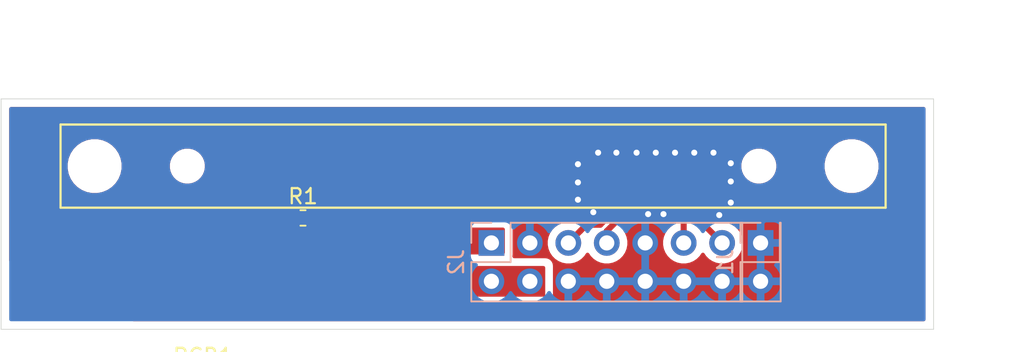
<source format=kicad_pcb>
(kicad_pcb (version 20171130) (host pcbnew 5.1.5-52549c5~86~ubuntu18.04.1)

  (general
    (thickness 0.5)
    (drawings 6)
    (tracks 34)
    (zones 0)
    (modules 5)
    (nets 9)
  )

  (page A4)
  (layers
    (0 F.Cu signal)
    (31 B.Cu signal)
    (32 B.Adhes user hide)
    (33 F.Adhes user hide)
    (34 B.Paste user hide)
    (35 F.Paste user hide)
    (36 B.SilkS user hide)
    (37 F.SilkS user hide)
    (38 B.Mask user hide)
    (39 F.Mask user hide)
    (40 Dwgs.User user)
    (41 Cmts.User user hide)
    (42 Eco1.User user hide)
    (43 Eco2.User user hide)
    (44 Edge.Cuts user)
    (45 Margin user hide)
    (46 B.CrtYd user hide)
    (47 F.CrtYd user hide)
    (48 B.Fab user hide)
    (49 F.Fab user hide)
  )

  (setup
    (last_trace_width 0.25)
    (trace_clearance 0.2)
    (zone_clearance 0.508)
    (zone_45_only no)
    (trace_min 0.2)
    (via_size 0.8)
    (via_drill 0.4)
    (via_min_size 0.4)
    (via_min_drill 0.3)
    (uvia_size 0.3)
    (uvia_drill 0.1)
    (uvias_allowed no)
    (uvia_min_size 0.2)
    (uvia_min_drill 0.1)
    (edge_width 0.05)
    (segment_width 0.2)
    (pcb_text_width 0.3)
    (pcb_text_size 1.5 1.5)
    (mod_edge_width 0.12)
    (mod_text_size 1 1)
    (mod_text_width 0.15)
    (pad_size 1.524 1.524)
    (pad_drill 0.762)
    (pad_to_mask_clearance 0.051)
    (solder_mask_min_width 0.25)
    (aux_axis_origin 0 0)
    (visible_elements FFFFFF7F)
    (pcbplotparams
      (layerselection 0x00000_ffffffff)
      (usegerberextensions false)
      (usegerberattributes false)
      (usegerberadvancedattributes false)
      (creategerberjobfile false)
      (excludeedgelayer true)
      (linewidth 0.100000)
      (plotframeref false)
      (viasonmask false)
      (mode 1)
      (useauxorigin false)
      (hpglpennumber 1)
      (hpglpenspeed 20)
      (hpglpendiameter 15.000000)
      (psnegative false)
      (psa4output false)
      (plotreference true)
      (plotvalue true)
      (plotinvisibletext false)
      (padsonsilk false)
      (subtractmaskfromsilk false)
      (outputformat 4)
      (mirror false)
      (drillshape 0)
      (scaleselection 1)
      (outputdirectory "fabrication/"))
  )

  (net 0 "")
  (net 1 +12V)
  (net 2 GND)
  (net 3 +5V)
  (net 4 /HDD_Rx-)
  (net 5 /HDD_Tx-)
  (net 6 /HDD_Tx+)
  (net 7 /HDD_Rx+)
  (net 8 /SPINUP_HDD)

  (net_class Default "This is the default net class."
    (clearance 0.2)
    (trace_width 0.25)
    (via_dia 0.8)
    (via_drill 0.4)
    (uvia_dia 0.3)
    (uvia_drill 0.1)
    (add_net +12V)
    (add_net +5V)
    (add_net /SPINUP_HDD)
    (add_net GND)
  )

  (net_class SATA_DIFF ""
    (clearance 0.2)
    (trace_width 0.4)
    (via_dia 0.8)
    (via_drill 0.4)
    (uvia_dia 0.3)
    (uvia_drill 0.1)
    (diff_pair_width 0.2)
    (diff_pair_gap 0.2)
    (add_net /HDD_Rx+)
    (add_net /HDD_Rx-)
    (add_net /HDD_Tx+)
    (add_net /HDD_Tx-)
  )

  (module G7_Custom:Conn_SATA_FEM_3M_5622-2222 (layer F.Cu) (tedit 5E9F08E6) (tstamp 5E8CE254)
    (at 119.44 43.18)
    (path /5E8CCA14)
    (fp_text reference X1 (at -0.635 -12.065) (layer F.SilkS)
      (effects (font (size 1 1) (thickness 0.15)))
    )
    (fp_text value SATA_CONNECTOR_FEM (at 0 13.335) (layer F.Fab)
      (effects (font (size 1 1) (thickness 0.15)))
    )
    (fp_line (start 6.35 -1.27) (end 6.985 -1.27) (layer F.Fab) (width 0.12))
    (fp_line (start 6.35 0.635) (end 6.35 -1.27) (layer F.Fab) (width 0.12))
    (fp_line (start 16.51 0.635) (end 6.35 0.635) (layer F.Fab) (width 0.12))
    (fp_line (start 16.51 0) (end 16.51 0.635) (layer F.Fab) (width 0.12))
    (fp_line (start 6.985 0) (end 16.51 0) (layer F.Fab) (width 0.12))
    (fp_line (start 6.985 -1.27) (end 6.985 0) (layer F.Fab) (width 0.12))
    (fp_line (start 3.175 -1.27) (end 2.54 -1.27) (layer F.Fab) (width 0.12))
    (fp_line (start 3.175 0.635) (end 3.175 -1.27) (layer F.Fab) (width 0.12))
    (fp_line (start -16.51 0.635) (end 3.175 0.635) (layer F.Fab) (width 0.12))
    (fp_line (start -16.51 0) (end -16.51 0.635) (layer F.Fab) (width 0.12))
    (fp_line (start 2.54 0) (end -16.51 0) (layer F.Fab) (width 0.12))
    (fp_line (start 2.54 -1.27) (end 2.54 0) (layer F.Fab) (width 0.12))
    (fp_circle (center -25 0) (end -23.73 0) (layer F.Fab) (width 0.12))
    (fp_circle (center -18.875 0) (end -18.24 0) (layer F.Fab) (width 0.12))
    (fp_circle (center 25 0) (end 26.27 0) (layer F.Fab) (width 0.12))
    (fp_circle (center 18.875 0) (end 19.51 0) (layer F.Fab) (width 0.12))
    (fp_line (start 27.25 -2.75) (end 27.25 2.75) (layer F.SilkS) (width 0.15))
    (fp_line (start -27.25 2.75) (end 27.25 2.75) (layer F.SilkS) (width 0.15))
    (fp_line (start -27.25 -2.75) (end -27.25 2.75) (layer F.SilkS) (width 0.15))
    (fp_line (start -27.25 -2.75) (end 27.25 -2.75) (layer F.SilkS) (width 0.15))
    (pad "" np_thru_hole circle (at 18.875 0) (size 1.3 1.3) (drill 1.3) (layers *.Cu *.Mask))
    (pad "" np_thru_hole circle (at -18.875 0) (size 1.3 1.3) (drill 1.3) (layers *.Cu *.Mask))
    (pad "" np_thru_hole circle (at 25 0) (size 2.55 2.55) (drill 2.55) (layers *.Cu *.Mask))
    (pad "" np_thru_hole circle (at -25 0) (size 2.55 2.55) (drill 2.55) (layers *.Cu *.Mask))
    (pad S7 smd rect (at 8.255 1.175) (size 0.6 2.35) (layers F.Cu F.Paste F.Mask)
      (net 2 GND))
    (pad S6 smd rect (at 9.525 1.175) (size 0.6 2.35) (layers F.Cu F.Paste F.Mask)
      (net 7 /HDD_Rx+))
    (pad S5 smd rect (at 10.795 1.175) (size 0.6 2.35) (layers F.Cu F.Paste F.Mask)
      (net 4 /HDD_Rx-))
    (pad S4 smd rect (at 12.065 1.175) (size 0.6 2.35) (layers F.Cu F.Paste F.Mask)
      (net 2 GND))
    (pad S3 smd rect (at 13.335 1.175) (size 0.6 2.35) (layers F.Cu F.Paste F.Mask)
      (net 5 /HDD_Tx-))
    (pad S2 smd rect (at 14.605 1.175) (size 0.6 2.35) (layers F.Cu F.Paste F.Mask)
      (net 6 /HDD_Tx+))
    (pad S1 smd rect (at 15.875 1.175) (size 0.6 2.35) (layers F.Cu F.Paste F.Mask)
      (net 2 GND))
    (pad P15 smd rect (at -15.875 1.175) (size 0.6 2.35) (layers F.Cu F.Paste F.Mask)
      (net 1 +12V))
    (pad P14 smd rect (at -14.605 1.175) (size 0.6 2.35) (layers F.Cu F.Paste F.Mask)
      (net 1 +12V))
    (pad P13 smd rect (at -13.335 1.175) (size 0.6 2.35) (layers F.Cu F.Paste F.Mask)
      (net 1 +12V))
    (pad P12 smd rect (at -12.065 1.175) (size 0.6 2.35) (layers F.Cu F.Paste F.Mask)
      (net 2 GND))
    (pad P11 smd rect (at -10.795 1.175) (size 0.6 2.35) (layers F.Cu F.Paste F.Mask)
      (net 8 /SPINUP_HDD))
    (pad P10 smd rect (at -9.525 1.175) (size 0.6 2.35) (layers F.Cu F.Paste F.Mask)
      (net 2 GND))
    (pad P9 smd rect (at -8.255 1.175) (size 0.6 2.35) (layers F.Cu F.Paste F.Mask)
      (net 3 +5V))
    (pad P8 smd rect (at -6.985 1.175) (size 0.6 2.35) (layers F.Cu F.Paste F.Mask)
      (net 3 +5V))
    (pad P7 smd rect (at -5.715 1.175) (size 0.6 2.35) (layers F.Cu F.Paste F.Mask)
      (net 3 +5V))
    (pad P6 smd rect (at -4.445 1.175) (size 0.6 2.35) (layers F.Cu F.Paste F.Mask)
      (net 2 GND))
    (pad P5 smd rect (at -3.175 1.175) (size 0.6 2.35) (layers F.Cu F.Paste F.Mask)
      (net 2 GND))
    (pad P4 smd rect (at -1.905 1.175) (size 0.6 2.35) (layers F.Cu F.Paste F.Mask)
      (net 2 GND))
    (pad P3 smd rect (at -0.635 1.175) (size 0.6 2.35) (layers F.Cu F.Paste F.Mask))
    (pad P2 smd rect (at 0.635 1.175) (size 0.6 2.35) (layers F.Cu F.Paste F.Mask))
    (pad P1 smd rect (at 1.9 1.175) (size 0.6 2.35) (layers F.Cu F.Paste F.Mask))
    (model ${G7_3D}/10_Elektronik/11_Steckverbinder/SATA_FEMALE_3M_Vertical5622-2222-XX_step.stp
      (offset (xyz 0 0.7 0))
      (scale (xyz 1 1 1))
      (rotate (xyz 90 0 180))
    )
  )

  (module G7_Custom:Conn_Spring_MaxMill_823-22-014-10-001101 (layer B.Cu) (tedit 5E9C78CF) (tstamp 5E9CD227)
    (at 120.65 48.26 270)
    (descr "Through hole straight pin header, 2x07, 2.54mm pitch, double rows")
    (tags "Through hole pin header THT 2x07 2.54mm double row")
    (path /5E9DC9EE)
    (fp_text reference J2 (at 1.27 2.33 270) (layer B.SilkS)
      (effects (font (size 1 1) (thickness 0.15)) (justify mirror))
    )
    (fp_text value 823-22-014-10-001101 (at 1.27 -17.57 270) (layer B.Fab)
      (effects (font (size 1 1) (thickness 0.15)) (justify mirror))
    )
    (fp_text user %R (at 1.27 -7.62) (layer B.Fab)
      (effects (font (size 1 1) (thickness 0.15)) (justify mirror))
    )
    (fp_line (start 4.35 1.8) (end -1.8 1.8) (layer B.CrtYd) (width 0.05))
    (fp_line (start 4.35 -17.05) (end 4.35 1.8) (layer B.CrtYd) (width 0.05))
    (fp_line (start -1.8 -17.05) (end 4.35 -17.05) (layer B.CrtYd) (width 0.05))
    (fp_line (start -1.8 1.8) (end -1.8 -17.05) (layer B.CrtYd) (width 0.05))
    (fp_line (start -1.33 1.33) (end 0 1.33) (layer B.SilkS) (width 0.12))
    (fp_line (start -1.33 0) (end -1.33 1.33) (layer B.SilkS) (width 0.12))
    (fp_line (start 1.27 1.33) (end 3.87 1.33) (layer B.SilkS) (width 0.12))
    (fp_line (start 1.27 -1.27) (end 1.27 1.33) (layer B.SilkS) (width 0.12))
    (fp_line (start -1.33 -1.27) (end 1.27 -1.27) (layer B.SilkS) (width 0.12))
    (fp_line (start 3.87 1.33) (end 3.87 -16.57) (layer B.SilkS) (width 0.12))
    (fp_line (start -1.33 -1.27) (end -1.33 -16.57) (layer B.SilkS) (width 0.12))
    (fp_line (start -1.33 -16.57) (end 3.87 -16.57) (layer B.SilkS) (width 0.12))
    (fp_line (start -1.27 0) (end 0 1.27) (layer B.Fab) (width 0.1))
    (fp_line (start -1.27 -16.51) (end -1.27 0) (layer B.Fab) (width 0.1))
    (fp_line (start 3.81 -16.51) (end -1.27 -16.51) (layer B.Fab) (width 0.1))
    (fp_line (start 3.81 1.27) (end 3.81 -16.51) (layer B.Fab) (width 0.1))
    (fp_line (start 0 1.27) (end 3.81 1.27) (layer B.Fab) (width 0.1))
    (pad 14 thru_hole oval (at 2.54 -15.24 270) (size 1.7 1.7) (drill 1) (layers *.Cu *.Mask)
      (net 2 GND))
    (pad 13 thru_hole oval (at 0 -15.24 270) (size 1.7 1.7) (drill 1) (layers *.Cu *.Mask)
      (net 6 /HDD_Tx+))
    (pad 12 thru_hole oval (at 2.54 -12.7 270) (size 1.7 1.7) (drill 1) (layers *.Cu *.Mask)
      (net 2 GND))
    (pad 11 thru_hole oval (at 0 -12.7 270) (size 1.7 1.7) (drill 1) (layers *.Cu *.Mask)
      (net 5 /HDD_Tx-))
    (pad 10 thru_hole oval (at 2.54 -10.16 270) (size 1.7 1.7) (drill 1) (layers *.Cu *.Mask)
      (net 2 GND))
    (pad 9 thru_hole oval (at 0 -10.16 270) (size 1.7 1.7) (drill 1) (layers *.Cu *.Mask)
      (net 2 GND))
    (pad 8 thru_hole oval (at 2.54 -7.62 270) (size 1.7 1.7) (drill 1) (layers *.Cu *.Mask)
      (net 2 GND))
    (pad 7 thru_hole oval (at 0 -7.62 270) (size 1.7 1.7) (drill 1) (layers *.Cu *.Mask)
      (net 4 /HDD_Rx-))
    (pad 6 thru_hole oval (at 2.54 -5.08 270) (size 1.7 1.7) (drill 1) (layers *.Cu *.Mask)
      (net 2 GND))
    (pad 5 thru_hole oval (at 0 -5.08 270) (size 1.7 1.7) (drill 1) (layers *.Cu *.Mask)
      (net 7 /HDD_Rx+))
    (pad 4 thru_hole oval (at 2.54 -2.54 270) (size 1.7 1.7) (drill 1) (layers *.Cu *.Mask)
      (net 1 +12V))
    (pad 3 thru_hole oval (at 0 -2.54 270) (size 1.7 1.7) (drill 1) (layers *.Cu *.Mask)
      (net 2 GND))
    (pad 2 thru_hole oval (at 2.54 0 270) (size 1.7 1.7) (drill 1) (layers *.Cu *.Mask)
      (net 1 +12V))
    (pad 1 thru_hole rect (at 0 0 270) (size 1.7 1.7) (drill 1) (layers *.Cu *.Mask)
      (net 3 +5V))
    (model ${G7_3D}/10_Elektronik/11_Steckverbinder/conn_spring_MaxMill_823-22-014-10-001101.stp
      (offset (xyz 1.27 -7.62 0))
      (scale (xyz 1 1 1))
      (rotate (xyz 0 0 0))
    )
  )

  (module G7_Custom:Conn_Spring_MaxMill_821-22-002-10-002101 (layer B.Cu) (tedit 5E9C7928) (tstamp 5E9CD203)
    (at 138.43 48.26 270)
    (descr "Through hole straight pin header, 2x01, 2.54mm pitch, double rows")
    (tags "Through hole pin header THT 2x01 2.54mm double row")
    (path /5E9DE9DB)
    (fp_text reference J1 (at 1.27 2.33 270) (layer B.SilkS)
      (effects (font (size 1 1) (thickness 0.15)) (justify mirror))
    )
    (fp_text value 821-22-002-10-002101 (at 1.27 -2.33 270) (layer B.Fab)
      (effects (font (size 1 1) (thickness 0.15)) (justify mirror))
    )
    (fp_text user %R (at 1.27 0) (layer B.Fab)
      (effects (font (size 1 1) (thickness 0.15)) (justify mirror))
    )
    (fp_line (start 4.35 1.8) (end -1.8 1.8) (layer B.CrtYd) (width 0.05))
    (fp_line (start 4.35 -1.8) (end 4.35 1.8) (layer B.CrtYd) (width 0.05))
    (fp_line (start -1.8 -1.8) (end 4.35 -1.8) (layer B.CrtYd) (width 0.05))
    (fp_line (start -1.8 1.8) (end -1.8 -1.8) (layer B.CrtYd) (width 0.05))
    (fp_line (start -1.33 1.33) (end 0 1.33) (layer B.SilkS) (width 0.12))
    (fp_line (start -1.33 0) (end -1.33 1.33) (layer B.SilkS) (width 0.12))
    (fp_line (start 1.27 1.33) (end 3.87 1.33) (layer B.SilkS) (width 0.12))
    (fp_line (start 1.27 -1.27) (end 1.27 1.33) (layer B.SilkS) (width 0.12))
    (fp_line (start -1.33 -1.27) (end 1.27 -1.27) (layer B.SilkS) (width 0.12))
    (fp_line (start 3.87 1.33) (end 3.87 -1.33) (layer B.SilkS) (width 0.12))
    (fp_line (start -1.33 -1.27) (end -1.33 -1.33) (layer B.SilkS) (width 0.12))
    (fp_line (start -1.33 -1.33) (end 3.87 -1.33) (layer B.SilkS) (width 0.12))
    (fp_line (start -1.27 0) (end 0 1.27) (layer B.Fab) (width 0.1))
    (fp_line (start -1.27 -1.27) (end -1.27 0) (layer B.Fab) (width 0.1))
    (fp_line (start 3.81 -1.27) (end -1.27 -1.27) (layer B.Fab) (width 0.1))
    (fp_line (start 3.81 1.27) (end 3.81 -1.27) (layer B.Fab) (width 0.1))
    (fp_line (start 0 1.27) (end 3.81 1.27) (layer B.Fab) (width 0.1))
    (pad 2 thru_hole oval (at 2.54 0 270) (size 1.7 1.7) (drill 1) (layers *.Cu *.Mask)
      (net 2 GND))
    (pad 1 thru_hole rect (at 0 0 270) (size 1.7 1.7) (drill 1) (layers *.Cu *.Mask)
      (net 2 GND))
    (model ${G7_3D}/10_Elektronik/11_Steckverbinder/conn_Spring_MaxMill_821-22-002-10-002101.stp
      (offset (xyz 1.27 0 0))
      (scale (xyz 1 1 1))
      (rotate (xyz 0 0 0))
    )
  )

  (module G7_Labels:BaSe_SATA_Adapter_HDD_V1_0 (layer F.Cu) (tedit 5E9465F8) (tstamp 5E8CE222)
    (at 101.6 55.245)
    (path /5EC67178)
    (fp_text reference PCB1 (at 0 0.5) (layer F.SilkS)
      (effects (font (size 1 1) (thickness 0.15)))
    )
    (fp_text value BaSe_SATA_Adapter_V1_0 (at 0 -0.5) (layer F.Fab)
      (effects (font (size 1 1) (thickness 0.15)))
    )
    (fp_text user HDD_V1_0 (at -12.7 -2.54) (layer F.Cu)
      (effects (font (size 1 1) (thickness 0.15)) (justify left))
    )
    (fp_text user BaSe_SATA_ADPT (at -12.7 -4.445) (layer F.Cu)
      (effects (font (size 1 1) (thickness 0.15)) (justify left))
    )
  )

  (module Resistor_SMD:R_0603_1608Metric_Pad1.05x0.95mm_HandSolder (layer F.Cu) (tedit 5B301BBD) (tstamp 5E93C4CB)
    (at 108.204 46.609)
    (descr "Resistor SMD 0603 (1608 Metric), square (rectangular) end terminal, IPC_7351 nominal with elongated pad for handsoldering. (Body size source: http://www.tortai-tech.com/upload/download/2011102023233369053.pdf), generated with kicad-footprint-generator")
    (tags "resistor handsolder")
    (path /5E915DDE)
    (attr smd)
    (fp_text reference R1 (at 0 -1.43) (layer F.SilkS)
      (effects (font (size 1 1) (thickness 0.15)))
    )
    (fp_text value No (at 0 1.43) (layer F.Fab)
      (effects (font (size 1 1) (thickness 0.15)))
    )
    (fp_text user %R (at 0 0) (layer F.Fab)
      (effects (font (size 0.4 0.4) (thickness 0.06)))
    )
    (fp_line (start 1.65 0.73) (end -1.65 0.73) (layer F.CrtYd) (width 0.05))
    (fp_line (start 1.65 -0.73) (end 1.65 0.73) (layer F.CrtYd) (width 0.05))
    (fp_line (start -1.65 -0.73) (end 1.65 -0.73) (layer F.CrtYd) (width 0.05))
    (fp_line (start -1.65 0.73) (end -1.65 -0.73) (layer F.CrtYd) (width 0.05))
    (fp_line (start -0.171267 0.51) (end 0.171267 0.51) (layer F.SilkS) (width 0.12))
    (fp_line (start -0.171267 -0.51) (end 0.171267 -0.51) (layer F.SilkS) (width 0.12))
    (fp_line (start 0.8 0.4) (end -0.8 0.4) (layer F.Fab) (width 0.1))
    (fp_line (start 0.8 -0.4) (end 0.8 0.4) (layer F.Fab) (width 0.1))
    (fp_line (start -0.8 -0.4) (end 0.8 -0.4) (layer F.Fab) (width 0.1))
    (fp_line (start -0.8 0.4) (end -0.8 -0.4) (layer F.Fab) (width 0.1))
    (pad 2 smd roundrect (at 0.875 0) (size 1.05 0.95) (layers F.Cu F.Paste F.Mask) (roundrect_rratio 0.25)
      (net 8 /SPINUP_HDD))
    (pad 1 smd roundrect (at -0.875 0) (size 1.05 0.95) (layers F.Cu F.Paste F.Mask) (roundrect_rratio 0.25)
      (net 2 GND))
    (model ${KISYS3DMOD}/Resistor_SMD.3dshapes/R_0603_1608Metric.wrl
      (at (xyz 0 0 0))
      (scale (xyz 1 1 1))
      (rotate (xyz 0 0 0))
    )
  )

  (dimension 15.24 (width 0.15) (layer Dwgs.User)
    (gr_text "15,240 mm" (at 154.49 46.355 270) (layer Dwgs.User)
      (effects (font (size 1 1) (thickness 0.15)))
    )
    (feature1 (pts (xy 149.86 53.975) (xy 153.776421 53.975)))
    (feature2 (pts (xy 149.86 38.735) (xy 153.776421 38.735)))
    (crossbar (pts (xy 153.19 38.735) (xy 153.19 53.975)))
    (arrow1a (pts (xy 153.19 53.975) (xy 152.603579 52.848496)))
    (arrow1b (pts (xy 153.19 53.975) (xy 153.776421 52.848496)))
    (arrow2a (pts (xy 153.19 38.735) (xy 152.603579 39.861504)))
    (arrow2b (pts (xy 153.19 38.735) (xy 153.776421 39.861504)))
  )
  (dimension 61.595 (width 0.15) (layer Dwgs.User)
    (gr_text "61,595 mm" (at 119.0625 32.89) (layer Dwgs.User)
      (effects (font (size 1 1) (thickness 0.15)))
    )
    (feature1 (pts (xy 149.86 38.735) (xy 149.86 33.603579)))
    (feature2 (pts (xy 88.265 38.735) (xy 88.265 33.603579)))
    (crossbar (pts (xy 88.265 34.19) (xy 149.86 34.19)))
    (arrow1a (pts (xy 149.86 34.19) (xy 148.733496 34.776421)))
    (arrow1b (pts (xy 149.86 34.19) (xy 148.733496 33.603579)))
    (arrow2a (pts (xy 88.265 34.19) (xy 89.391504 34.776421)))
    (arrow2b (pts (xy 88.265 34.19) (xy 89.391504 33.603579)))
  )
  (gr_line (start 88.265 53.975) (end 88.265 38.735) (layer Edge.Cuts) (width 0.05) (tstamp 5E8FD5DF))
  (gr_line (start 149.86 53.975) (end 88.265 53.975) (layer Edge.Cuts) (width 0.05))
  (gr_line (start 149.86 38.735) (end 149.86 53.975) (layer Edge.Cuts) (width 0.05))
  (gr_line (start 88.265 38.735) (end 149.86 38.735) (layer Edge.Cuts) (width 0.05))

  (via (at 127.6985 42.291) (size 0.8) (drill 0.4) (layers F.Cu B.Cu) (net 2))
  (via (at 127.381 46.228) (size 0.8) (drill 0.4) (layers F.Cu B.Cu) (net 2))
  (via (at 131.0005 46.355) (size 0.8) (drill 0.4) (layers F.Cu B.Cu) (net 2))
  (via (at 132.0165 46.355) (size 0.8) (drill 0.4) (layers F.Cu B.Cu) (net 2))
  (via (at 128.905 42.291) (size 0.8) (drill 0.4) (layers F.Cu B.Cu) (net 2))
  (via (at 130.2385 42.291) (size 0.8) (drill 0.4) (layers F.Cu B.Cu) (net 2))
  (via (at 131.5085 42.291) (size 0.8) (drill 0.4) (layers F.Cu B.Cu) (net 2))
  (via (at 132.7785 42.291) (size 0.8) (drill 0.4) (layers F.Cu B.Cu) (net 2))
  (via (at 134.0485 42.291) (size 0.8) (drill 0.4) (layers F.Cu B.Cu) (net 2))
  (via (at 135.3185 42.291) (size 0.8) (drill 0.4) (layers F.Cu B.Cu) (net 2))
  (via (at 135.6995 46.4185) (size 0.8) (drill 0.4) (layers F.Cu B.Cu) (net 2))
  (via (at 136.4615 45.593) (size 0.8) (drill 0.4) (layers F.Cu B.Cu) (net 2))
  (via (at 136.4615 42.9895) (size 0.8) (drill 0.4) (layers F.Cu B.Cu) (net 2))
  (via (at 136.4615 44.196) (size 0.8) (drill 0.4) (layers F.Cu B.Cu) (net 2))
  (via (at 126.365 43.053) (size 0.8) (drill 0.4) (layers F.Cu B.Cu) (net 2))
  (via (at 126.365 44.2595) (size 0.8) (drill 0.4) (layers F.Cu B.Cu) (net 2))
  (via (at 126.365 45.4025) (size 0.8) (drill 0.4) (layers F.Cu B.Cu) (net 2))
  (segment (start 128.27 47.473542) (end 128.27 48.26) (width 0.4) (layer F.Cu) (net 4))
  (segment (start 129.388542 46.355) (end 128.27 47.473542) (width 0.4) (layer F.Cu) (net 4))
  (segment (start 130.235 44.355) (end 130.235 45.93) (width 0.4) (layer F.Cu) (net 4))
  (segment (start 129.81 46.355) (end 129.388542 46.355) (width 0.4) (layer F.Cu) (net 4))
  (segment (start 130.235 45.93) (end 129.81 46.355) (width 0.4) (layer F.Cu) (net 4))
  (segment (start 133.35 46.505) (end 133.35 48.26) (width 0.4) (layer F.Cu) (net 5))
  (segment (start 132.775 44.355) (end 132.775 45.93) (width 0.4) (layer F.Cu) (net 5))
  (segment (start 132.775 45.93) (end 133.35 46.505) (width 0.4) (layer F.Cu) (net 5))
  (segment (start 134.045 46.415) (end 135.89 48.26) (width 0.4) (layer F.Cu) (net 6))
  (segment (start 134.045 44.355) (end 134.045 46.415) (width 0.4) (layer F.Cu) (net 6))
  (segment (start 126.529999 47.460001) (end 125.73 48.26) (width 0.4) (layer F.Cu) (net 7))
  (segment (start 126.930001 47.059999) (end 126.529999 47.460001) (width 0.4) (layer F.Cu) (net 7))
  (segment (start 127.835001 47.059999) (end 126.930001 47.059999) (width 0.4) (layer F.Cu) (net 7))
  (segment (start 128.965 44.355) (end 128.965 45.93) (width 0.4) (layer F.Cu) (net 7))
  (segment (start 128.965 45.93) (end 127.835001 47.059999) (width 0.4) (layer F.Cu) (net 7))
  (segment (start 108.645 46.175) (end 109.079 46.609) (width 0.25) (layer F.Cu) (net 8))
  (segment (start 108.645 44.355) (end 108.645 46.175) (width 0.25) (layer F.Cu) (net 8))

  (zone (net 1) (net_name +12V) (layer F.Cu) (tstamp 0) (hatch edge 0.508)
    (priority 2)
    (connect_pads yes (clearance 0.508))
    (min_thickness 0.254)
    (fill yes (arc_segments 32) (thermal_gap 0.508) (thermal_bridge_width 0.508))
    (polygon
      (pts
        (xy 106.553 46.736) (xy 109.601 49.784) (xy 124.206 49.784) (xy 124.206 51.816) (xy 112.141 51.816)
        (xy 107.188 51.689) (xy 102.997 47.879) (xy 102.997 45.847) (xy 102.997 43.053) (xy 106.553 43.053)
      )
    )
    (filled_polygon
      (pts
        (xy 106.426 45.749404) (xy 106.422377 45.752377) (xy 106.313488 45.885058) (xy 106.232577 46.036433) (xy 106.182752 46.200684)
        (xy 106.165928 46.3715) (xy 106.165928 46.8465) (xy 106.182752 47.017316) (xy 106.232577 47.181567) (xy 106.313488 47.332942)
        (xy 106.422377 47.465623) (xy 106.555058 47.574512) (xy 106.706433 47.655423) (xy 106.870684 47.705248) (xy 107.0415 47.722072)
        (xy 107.359466 47.722072) (xy 109.511197 49.873803) (xy 109.530443 49.889597) (xy 109.552399 49.901333) (xy 109.576224 49.90856)
        (xy 109.601 49.911) (xy 124.079 49.911) (xy 124.079 51.689) (xy 112.142617 51.689) (xy 107.238476 51.563253)
        (xy 103.124 47.82282) (xy 103.124 43.18) (xy 106.426 43.18)
      )
    )
  )
  (zone (net 3) (net_name +5V) (layer F.Cu) (tstamp 0) (hatch edge 0.508)
    (priority 2)
    (connect_pads yes (clearance 0.508))
    (min_thickness 0.254)
    (fill yes (arc_segments 32) (thermal_gap 0.508) (thermal_bridge_width 0.508))
    (polygon
      (pts
        (xy 114.173 45.593) (xy 115.824 47.244) (xy 121.539 47.244) (xy 121.539 49.022) (xy 114.554 49.022)
        (xy 110.871 45.466) (xy 110.871 43.18) (xy 114.046 43.18)
      )
    )
    (filled_polygon
      (pts
        (xy 114.046176 45.599675) (xy 114.049915 45.624289) (xy 114.058384 45.6477) (xy 114.071258 45.66901) (xy 114.074856 45.673167)
        (xy 114.105498 45.77418) (xy 114.164463 45.884494) (xy 114.243815 45.981185) (xy 114.340506 46.060537) (xy 114.45082 46.119502)
        (xy 114.549974 46.14958) (xy 115.734197 47.333803) (xy 115.753443 47.349597) (xy 115.775399 47.361333) (xy 115.799224 47.36856)
        (xy 115.824 47.371) (xy 121.412 47.371) (xy 121.412 48.895) (xy 114.605305 48.895) (xy 110.998 45.412085)
        (xy 110.998 43.307) (xy 113.925509 43.307)
      )
    )
  )
  (zone (net 2) (net_name GND) (layer F.Cu) (tstamp 0) (hatch edge 0.508)
    (connect_pads yes (clearance 0.508))
    (min_thickness 0.254)
    (fill yes (arc_segments 32) (thermal_gap 0.508) (thermal_bridge_width 0.508))
    (polygon
      (pts
        (xy 149.86 53.975) (xy 88.265 53.975) (xy 88.265 38.735) (xy 149.86 38.735)
      )
    )
    (filled_polygon
      (pts
        (xy 149.200001 53.315) (xy 97.018333 53.315) (xy 97.018333 52.3275) (xy 101.970714 52.3275) (xy 101.970714 49.4075)
        (xy 88.925 49.4075) (xy 88.925 42.991881) (xy 92.53 42.991881) (xy 92.53 43.368119) (xy 92.6034 43.737127)
        (xy 92.74738 44.084724) (xy 92.956406 44.397554) (xy 93.222446 44.663594) (xy 93.535276 44.87262) (xy 93.882873 45.0166)
        (xy 94.251881 45.09) (xy 94.628119 45.09) (xy 94.997127 45.0166) (xy 95.344724 44.87262) (xy 95.657554 44.663594)
        (xy 95.923594 44.397554) (xy 96.13262 44.084724) (xy 96.2766 43.737127) (xy 96.35 43.368119) (xy 96.35 43.053439)
        (xy 99.28 43.053439) (xy 99.28 43.306561) (xy 99.329381 43.554821) (xy 99.426247 43.788676) (xy 99.566875 43.99914)
        (xy 99.74586 44.178125) (xy 99.956324 44.318753) (xy 100.190179 44.415619) (xy 100.438439 44.465) (xy 100.691561 44.465)
        (xy 100.939821 44.415619) (xy 101.173676 44.318753) (xy 101.38414 44.178125) (xy 101.563125 43.99914) (xy 101.703753 43.788676)
        (xy 101.800619 43.554821) (xy 101.85 43.306561) (xy 101.85 43.053439) (xy 101.849913 43.053) (xy 102.362 43.053)
        (xy 102.362 47.879) (xy 102.380799 48.032366) (xy 102.422559 48.149634) (xy 102.486395 48.256501) (xy 102.569853 48.348862)
        (xy 106.760853 52.158862) (xy 106.821795 52.207767) (xy 106.930038 52.269242) (xy 107.048194 52.308419) (xy 107.171723 52.323791)
        (xy 112.124723 52.450791) (xy 112.141 52.451) (xy 124.206 52.451) (xy 124.329882 52.438799) (xy 124.449004 52.402664)
        (xy 124.558787 52.343983) (xy 124.655013 52.265013) (xy 124.733983 52.168787) (xy 124.792664 52.059004) (xy 124.828799 51.939882)
        (xy 124.841 51.816) (xy 124.841 49.784) (xy 124.828799 49.660118) (xy 124.792664 49.540996) (xy 124.733983 49.431213)
        (xy 124.655013 49.334987) (xy 124.558787 49.256017) (xy 124.449004 49.197336) (xy 124.329882 49.161201) (xy 124.206 49.149)
        (xy 122.160853 49.149) (xy 122.161799 49.145882) (xy 122.174 49.022) (xy 122.174 48.11374) (xy 124.245 48.11374)
        (xy 124.245 48.40626) (xy 124.302068 48.693158) (xy 124.41401 48.963411) (xy 124.576525 49.206632) (xy 124.783368 49.413475)
        (xy 125.026589 49.57599) (xy 125.296842 49.687932) (xy 125.58374 49.745) (xy 125.87626 49.745) (xy 126.163158 49.687932)
        (xy 126.433411 49.57599) (xy 126.676632 49.413475) (xy 126.883475 49.206632) (xy 127 49.03224) (xy 127.116525 49.206632)
        (xy 127.323368 49.413475) (xy 127.566589 49.57599) (xy 127.836842 49.687932) (xy 128.12374 49.745) (xy 128.41626 49.745)
        (xy 128.703158 49.687932) (xy 128.973411 49.57599) (xy 129.216632 49.413475) (xy 129.423475 49.206632) (xy 129.58599 48.963411)
        (xy 129.697932 48.693158) (xy 129.755 48.40626) (xy 129.755 48.11374) (xy 129.697932 47.826842) (xy 129.58599 47.556589)
        (xy 129.498604 47.425806) (xy 129.73441 47.19) (xy 129.768982 47.19) (xy 129.81 47.19404) (xy 129.851018 47.19)
        (xy 129.851019 47.19) (xy 129.973689 47.177918) (xy 130.131087 47.130172) (xy 130.276146 47.052636) (xy 130.403291 46.948291)
        (xy 130.429445 46.916422) (xy 130.796426 46.549442) (xy 130.828291 46.523291) (xy 130.932636 46.396146) (xy 131.010172 46.251087)
        (xy 131.057918 46.093689) (xy 131.07 45.971019) (xy 131.07 45.971018) (xy 131.07404 45.93) (xy 131.07 45.888982)
        (xy 131.07 45.876144) (xy 131.124502 45.77418) (xy 131.160812 45.654482) (xy 131.173072 45.53) (xy 131.173072 43.18)
        (xy 131.836928 43.18) (xy 131.836928 45.53) (xy 131.849188 45.654482) (xy 131.885498 45.77418) (xy 131.940001 45.876146)
        (xy 131.940001 45.888972) (xy 131.93596 45.93) (xy 131.952082 46.093688) (xy 131.999828 46.251086) (xy 132.064191 46.3715)
        (xy 132.077365 46.396146) (xy 132.18171 46.523291) (xy 132.213573 46.54944) (xy 132.515 46.850868) (xy 132.515 47.031935)
        (xy 132.403368 47.106525) (xy 132.196525 47.313368) (xy 132.03401 47.556589) (xy 131.922068 47.826842) (xy 131.865 48.11374)
        (xy 131.865 48.40626) (xy 131.922068 48.693158) (xy 132.03401 48.963411) (xy 132.196525 49.206632) (xy 132.403368 49.413475)
        (xy 132.646589 49.57599) (xy 132.916842 49.687932) (xy 133.20374 49.745) (xy 133.49626 49.745) (xy 133.783158 49.687932)
        (xy 134.053411 49.57599) (xy 134.296632 49.413475) (xy 134.503475 49.206632) (xy 134.62 49.03224) (xy 134.736525 49.206632)
        (xy 134.943368 49.413475) (xy 135.186589 49.57599) (xy 135.456842 49.687932) (xy 135.74374 49.745) (xy 136.03626 49.745)
        (xy 136.323158 49.687932) (xy 136.593411 49.57599) (xy 136.836632 49.413475) (xy 137.043475 49.206632) (xy 137.20599 48.963411)
        (xy 137.317932 48.693158) (xy 137.375 48.40626) (xy 137.375 48.11374) (xy 137.317932 47.826842) (xy 137.20599 47.556589)
        (xy 137.043475 47.313368) (xy 136.836632 47.106525) (xy 136.593411 46.94401) (xy 136.323158 46.832068) (xy 136.03626 46.775)
        (xy 135.74374 46.775) (xy 135.61206 46.801193) (xy 134.88 46.069133) (xy 134.88 45.876144) (xy 134.934502 45.77418)
        (xy 134.970812 45.654482) (xy 134.983072 45.53) (xy 134.983072 43.18) (xy 134.970812 43.055518) (xy 134.970182 43.053439)
        (xy 137.03 43.053439) (xy 137.03 43.306561) (xy 137.079381 43.554821) (xy 137.176247 43.788676) (xy 137.316875 43.99914)
        (xy 137.49586 44.178125) (xy 137.706324 44.318753) (xy 137.940179 44.415619) (xy 138.188439 44.465) (xy 138.441561 44.465)
        (xy 138.689821 44.415619) (xy 138.923676 44.318753) (xy 139.13414 44.178125) (xy 139.313125 43.99914) (xy 139.453753 43.788676)
        (xy 139.550619 43.554821) (xy 139.6 43.306561) (xy 139.6 43.053439) (xy 139.587756 42.991881) (xy 142.53 42.991881)
        (xy 142.53 43.368119) (xy 142.6034 43.737127) (xy 142.74738 44.084724) (xy 142.956406 44.397554) (xy 143.222446 44.663594)
        (xy 143.535276 44.87262) (xy 143.882873 45.0166) (xy 144.251881 45.09) (xy 144.628119 45.09) (xy 144.997127 45.0166)
        (xy 145.344724 44.87262) (xy 145.657554 44.663594) (xy 145.923594 44.397554) (xy 146.13262 44.084724) (xy 146.2766 43.737127)
        (xy 146.35 43.368119) (xy 146.35 42.991881) (xy 146.2766 42.622873) (xy 146.13262 42.275276) (xy 145.923594 41.962446)
        (xy 145.657554 41.696406) (xy 145.344724 41.48738) (xy 144.997127 41.3434) (xy 144.628119 41.27) (xy 144.251881 41.27)
        (xy 143.882873 41.3434) (xy 143.535276 41.48738) (xy 143.222446 41.696406) (xy 142.956406 41.962446) (xy 142.74738 42.275276)
        (xy 142.6034 42.622873) (xy 142.53 42.991881) (xy 139.587756 42.991881) (xy 139.550619 42.805179) (xy 139.453753 42.571324)
        (xy 139.313125 42.36086) (xy 139.13414 42.181875) (xy 138.923676 42.041247) (xy 138.689821 41.944381) (xy 138.441561 41.895)
        (xy 138.188439 41.895) (xy 137.940179 41.944381) (xy 137.706324 42.041247) (xy 137.49586 42.181875) (xy 137.316875 42.36086)
        (xy 137.176247 42.571324) (xy 137.079381 42.805179) (xy 137.03 43.053439) (xy 134.970182 43.053439) (xy 134.934502 42.93582)
        (xy 134.875537 42.825506) (xy 134.796185 42.728815) (xy 134.699494 42.649463) (xy 134.58918 42.590498) (xy 134.469482 42.554188)
        (xy 134.345 42.541928) (xy 133.745 42.541928) (xy 133.620518 42.554188) (xy 133.50082 42.590498) (xy 133.41 42.639043)
        (xy 133.31918 42.590498) (xy 133.199482 42.554188) (xy 133.075 42.541928) (xy 132.475 42.541928) (xy 132.350518 42.554188)
        (xy 132.23082 42.590498) (xy 132.120506 42.649463) (xy 132.023815 42.728815) (xy 131.944463 42.825506) (xy 131.885498 42.93582)
        (xy 131.849188 43.055518) (xy 131.836928 43.18) (xy 131.173072 43.18) (xy 131.160812 43.055518) (xy 131.124502 42.93582)
        (xy 131.065537 42.825506) (xy 130.986185 42.728815) (xy 130.889494 42.649463) (xy 130.77918 42.590498) (xy 130.659482 42.554188)
        (xy 130.535 42.541928) (xy 129.935 42.541928) (xy 129.810518 42.554188) (xy 129.69082 42.590498) (xy 129.6 42.639043)
        (xy 129.50918 42.590498) (xy 129.389482 42.554188) (xy 129.265 42.541928) (xy 128.665 42.541928) (xy 128.540518 42.554188)
        (xy 128.42082 42.590498) (xy 128.310506 42.649463) (xy 128.213815 42.728815) (xy 128.134463 42.825506) (xy 128.075498 42.93582)
        (xy 128.039188 43.055518) (xy 128.026928 43.18) (xy 128.026928 45.53) (xy 128.039188 45.654482) (xy 128.04395 45.670181)
        (xy 127.489134 46.224999) (xy 126.971008 46.224999) (xy 126.93 46.22096) (xy 126.888992 46.224999) (xy 126.888982 46.224999)
        (xy 126.766312 46.237081) (xy 126.608914 46.284827) (xy 126.463855 46.362363) (xy 126.33671 46.466708) (xy 126.310555 46.498578)
        (xy 126.00794 46.801193) (xy 125.87626 46.775) (xy 125.58374 46.775) (xy 125.296842 46.832068) (xy 125.026589 46.94401)
        (xy 124.783368 47.106525) (xy 124.576525 47.313368) (xy 124.41401 47.556589) (xy 124.302068 47.826842) (xy 124.245 48.11374)
        (xy 122.174 48.11374) (xy 122.174 47.244) (xy 122.161799 47.120118) (xy 122.125664 47.000996) (xy 122.066983 46.891213)
        (xy 121.988013 46.794987) (xy 121.891787 46.716017) (xy 121.782004 46.657336) (xy 121.662882 46.621201) (xy 121.539 46.609)
        (xy 116.087026 46.609) (xy 114.794315 45.316289) (xy 114.681879 43.18) (xy 117.866928 43.18) (xy 117.866928 45.53)
        (xy 117.879188 45.654482) (xy 117.915498 45.77418) (xy 117.974463 45.884494) (xy 118.053815 45.981185) (xy 118.150506 46.060537)
        (xy 118.26082 46.119502) (xy 118.380518 46.155812) (xy 118.505 46.168072) (xy 119.105 46.168072) (xy 119.229482 46.155812)
        (xy 119.34918 46.119502) (xy 119.44 46.070957) (xy 119.53082 46.119502) (xy 119.650518 46.155812) (xy 119.775 46.168072)
        (xy 120.375 46.168072) (xy 120.499482 46.155812) (xy 120.61918 46.119502) (xy 120.7075 46.072293) (xy 120.79582 46.119502)
        (xy 120.915518 46.155812) (xy 121.04 46.168072) (xy 121.64 46.168072) (xy 121.764482 46.155812) (xy 121.88418 46.119502)
        (xy 121.994494 46.060537) (xy 122.091185 45.981185) (xy 122.170537 45.884494) (xy 122.229502 45.77418) (xy 122.265812 45.654482)
        (xy 122.278072 45.53) (xy 122.278072 43.18) (xy 122.265812 43.055518) (xy 122.229502 42.93582) (xy 122.170537 42.825506)
        (xy 122.091185 42.728815) (xy 121.994494 42.649463) (xy 121.88418 42.590498) (xy 121.764482 42.554188) (xy 121.64 42.541928)
        (xy 121.04 42.541928) (xy 120.915518 42.554188) (xy 120.79582 42.590498) (xy 120.7075 42.637707) (xy 120.61918 42.590498)
        (xy 120.499482 42.554188) (xy 120.375 42.541928) (xy 119.775 42.541928) (xy 119.650518 42.554188) (xy 119.53082 42.590498)
        (xy 119.44 42.639043) (xy 119.34918 42.590498) (xy 119.229482 42.554188) (xy 119.105 42.541928) (xy 118.505 42.541928)
        (xy 118.380518 42.554188) (xy 118.26082 42.590498) (xy 118.150506 42.649463) (xy 118.053815 42.728815) (xy 117.974463 42.825506)
        (xy 117.915498 42.93582) (xy 117.879188 43.055518) (xy 117.866928 43.18) (xy 114.681879 43.18) (xy 114.680122 43.146625)
        (xy 114.668799 43.056118) (xy 114.632664 42.936996) (xy 114.573983 42.827213) (xy 114.495013 42.730987) (xy 114.398787 42.652017)
        (xy 114.289004 42.593336) (xy 114.169882 42.557201) (xy 114.154382 42.555674) (xy 114.149482 42.554188) (xy 114.025 42.541928)
        (xy 113.425 42.541928) (xy 113.393808 42.545) (xy 112.786192 42.545) (xy 112.755 42.541928) (xy 112.155 42.541928)
        (xy 112.123808 42.545) (xy 111.516192 42.545) (xy 111.485 42.541928) (xy 110.885 42.541928) (xy 110.760518 42.554188)
        (xy 110.752253 42.556695) (xy 110.747118 42.557201) (xy 110.627996 42.593336) (xy 110.518213 42.652017) (xy 110.421987 42.730987)
        (xy 110.343017 42.827213) (xy 110.284336 42.936996) (xy 110.248201 43.056118) (xy 110.236 43.18) (xy 110.236 45.466)
        (xy 110.25047 45.600788) (xy 110.255407 45.616091) (xy 110.259188 45.654482) (xy 110.295498 45.77418) (xy 110.354463 45.884494)
        (xy 110.433815 45.981185) (xy 110.530506 46.060537) (xy 110.624732 46.110903) (xy 113.771333 49.149) (xy 109.864026 49.149)
        (xy 108.218508 47.503482) (xy 108.305058 47.574512) (xy 108.456433 47.655423) (xy 108.620684 47.705248) (xy 108.7915 47.722072)
        (xy 109.3665 47.722072) (xy 109.537316 47.705248) (xy 109.701567 47.655423) (xy 109.852942 47.574512) (xy 109.985623 47.465623)
        (xy 110.094512 47.332942) (xy 110.175423 47.181567) (xy 110.225248 47.017316) (xy 110.242072 46.8465) (xy 110.242072 46.3715)
        (xy 110.225248 46.200684) (xy 110.175423 46.036433) (xy 110.094512 45.885058) (xy 109.985623 45.752377) (xy 109.852942 45.643488)
        (xy 109.701567 45.562577) (xy 109.583072 45.526632) (xy 109.583072 43.18) (xy 109.570812 43.055518) (xy 109.534502 42.93582)
        (xy 109.475537 42.825506) (xy 109.396185 42.728815) (xy 109.299494 42.649463) (xy 109.18918 42.590498) (xy 109.069482 42.554188)
        (xy 108.945 42.541928) (xy 108.345 42.541928) (xy 108.220518 42.554188) (xy 108.10082 42.590498) (xy 107.990506 42.649463)
        (xy 107.893815 42.728815) (xy 107.814463 42.825506) (xy 107.755498 42.93582) (xy 107.719188 43.055518) (xy 107.706928 43.18)
        (xy 107.706928 45.53) (xy 107.719188 45.654482) (xy 107.755498 45.77418) (xy 107.814463 45.884494) (xy 107.885001 45.970445)
        (xy 107.885001 46.137668) (xy 107.881324 46.175) (xy 107.885001 46.212333) (xy 107.895998 46.323986) (xy 107.901254 46.341312)
        (xy 107.915928 46.389688) (xy 107.915928 46.8465) (xy 107.932752 47.017316) (xy 107.982577 47.181567) (xy 108.063488 47.332942)
        (xy 108.134518 47.419492) (xy 107.188 46.472974) (xy 107.188 43.053) (xy 107.175799 42.929118) (xy 107.139664 42.809996)
        (xy 107.080983 42.700213) (xy 107.002013 42.603987) (xy 106.905787 42.525017) (xy 106.796004 42.466336) (xy 106.676882 42.430201)
        (xy 106.553 42.418) (xy 102.997 42.418) (xy 102.873118 42.430201) (xy 102.753996 42.466336) (xy 102.644213 42.525017)
        (xy 102.547987 42.603987) (xy 102.469017 42.700213) (xy 102.410336 42.809996) (xy 102.374201 42.929118) (xy 102.362 43.053)
        (xy 101.849913 43.053) (xy 101.800619 42.805179) (xy 101.703753 42.571324) (xy 101.563125 42.36086) (xy 101.38414 42.181875)
        (xy 101.173676 42.041247) (xy 100.939821 41.944381) (xy 100.691561 41.895) (xy 100.438439 41.895) (xy 100.190179 41.944381)
        (xy 99.956324 42.041247) (xy 99.74586 42.181875) (xy 99.566875 42.36086) (xy 99.426247 42.571324) (xy 99.329381 42.805179)
        (xy 99.28 43.053439) (xy 96.35 43.053439) (xy 96.35 42.991881) (xy 96.2766 42.622873) (xy 96.13262 42.275276)
        (xy 95.923594 41.962446) (xy 95.657554 41.696406) (xy 95.344724 41.48738) (xy 94.997127 41.3434) (xy 94.628119 41.27)
        (xy 94.251881 41.27) (xy 93.882873 41.3434) (xy 93.535276 41.48738) (xy 93.222446 41.696406) (xy 92.956406 41.962446)
        (xy 92.74738 42.275276) (xy 92.6034 42.622873) (xy 92.53 42.991881) (xy 88.925 42.991881) (xy 88.925 39.395)
        (xy 149.2 39.395)
      )
    )
  )
  (zone (net 2) (net_name GND) (layer B.Cu) (tstamp 0) (hatch edge 0.508)
    (connect_pads (clearance 0.508))
    (min_thickness 0.254)
    (fill yes (arc_segments 32) (thermal_gap 0.508) (thermal_bridge_width 0.508))
    (polygon
      (pts
        (xy 149.86 53.975) (xy 88.265 53.975) (xy 88.265 38.735) (xy 149.86 38.735)
      )
    )
    (filled_polygon
      (pts
        (xy 149.200001 53.315) (xy 88.925 53.315) (xy 88.925 47.41) (xy 119.161928 47.41) (xy 119.161928 49.11)
        (xy 119.174188 49.234482) (xy 119.210498 49.35418) (xy 119.269463 49.464494) (xy 119.348815 49.561185) (xy 119.445506 49.640537)
        (xy 119.55582 49.699502) (xy 119.62838 49.721513) (xy 119.496525 49.853368) (xy 119.33401 50.096589) (xy 119.222068 50.366842)
        (xy 119.165 50.65374) (xy 119.165 50.94626) (xy 119.222068 51.233158) (xy 119.33401 51.503411) (xy 119.496525 51.746632)
        (xy 119.703368 51.953475) (xy 119.946589 52.11599) (xy 120.216842 52.227932) (xy 120.50374 52.285) (xy 120.79626 52.285)
        (xy 121.083158 52.227932) (xy 121.353411 52.11599) (xy 121.596632 51.953475) (xy 121.803475 51.746632) (xy 121.92 51.57224)
        (xy 122.036525 51.746632) (xy 122.243368 51.953475) (xy 122.486589 52.11599) (xy 122.756842 52.227932) (xy 123.04374 52.285)
        (xy 123.33626 52.285) (xy 123.623158 52.227932) (xy 123.893411 52.11599) (xy 124.136632 51.953475) (xy 124.343475 51.746632)
        (xy 124.465195 51.564466) (xy 124.534822 51.681355) (xy 124.729731 51.897588) (xy 124.96308 52.071641) (xy 125.225901 52.196825)
        (xy 125.37311 52.241476) (xy 125.603 52.120155) (xy 125.603 50.927) (xy 125.857 50.927) (xy 125.857 52.120155)
        (xy 126.08689 52.241476) (xy 126.234099 52.196825) (xy 126.49692 52.071641) (xy 126.730269 51.897588) (xy 126.925178 51.681355)
        (xy 127 51.555745) (xy 127.074822 51.681355) (xy 127.269731 51.897588) (xy 127.50308 52.071641) (xy 127.765901 52.196825)
        (xy 127.91311 52.241476) (xy 128.143 52.120155) (xy 128.143 50.927) (xy 128.397 50.927) (xy 128.397 52.120155)
        (xy 128.62689 52.241476) (xy 128.774099 52.196825) (xy 129.03692 52.071641) (xy 129.270269 51.897588) (xy 129.465178 51.681355)
        (xy 129.54 51.555745) (xy 129.614822 51.681355) (xy 129.809731 51.897588) (xy 130.04308 52.071641) (xy 130.305901 52.196825)
        (xy 130.45311 52.241476) (xy 130.683 52.120155) (xy 130.683 50.927) (xy 130.937 50.927) (xy 130.937 52.120155)
        (xy 131.16689 52.241476) (xy 131.314099 52.196825) (xy 131.57692 52.071641) (xy 131.810269 51.897588) (xy 132.005178 51.681355)
        (xy 132.08 51.555745) (xy 132.154822 51.681355) (xy 132.349731 51.897588) (xy 132.58308 52.071641) (xy 132.845901 52.196825)
        (xy 132.99311 52.241476) (xy 133.223 52.120155) (xy 133.223 50.927) (xy 133.477 50.927) (xy 133.477 52.120155)
        (xy 133.70689 52.241476) (xy 133.854099 52.196825) (xy 134.11692 52.071641) (xy 134.350269 51.897588) (xy 134.545178 51.681355)
        (xy 134.62 51.555745) (xy 134.694822 51.681355) (xy 134.889731 51.897588) (xy 135.12308 52.071641) (xy 135.385901 52.196825)
        (xy 135.53311 52.241476) (xy 135.763 52.120155) (xy 135.763 50.927) (xy 136.017 50.927) (xy 136.017 52.120155)
        (xy 136.24689 52.241476) (xy 136.394099 52.196825) (xy 136.65692 52.071641) (xy 136.890269 51.897588) (xy 137.085178 51.681355)
        (xy 137.16 51.555745) (xy 137.234822 51.681355) (xy 137.429731 51.897588) (xy 137.66308 52.071641) (xy 137.925901 52.196825)
        (xy 138.07311 52.241476) (xy 138.303 52.120155) (xy 138.303 50.927) (xy 138.557 50.927) (xy 138.557 52.120155)
        (xy 138.78689 52.241476) (xy 138.934099 52.196825) (xy 139.19692 52.071641) (xy 139.430269 51.897588) (xy 139.625178 51.681355)
        (xy 139.774157 51.431252) (xy 139.871481 51.156891) (xy 139.750814 50.927) (xy 138.557 50.927) (xy 138.303 50.927)
        (xy 136.017 50.927) (xy 135.763 50.927) (xy 133.477 50.927) (xy 133.223 50.927) (xy 130.937 50.927)
        (xy 130.683 50.927) (xy 128.397 50.927) (xy 128.143 50.927) (xy 125.857 50.927) (xy 125.603 50.927)
        (xy 125.583 50.927) (xy 125.583 50.673) (xy 125.603 50.673) (xy 125.603 50.653) (xy 125.857 50.653)
        (xy 125.857 50.673) (xy 128.143 50.673) (xy 128.143 50.653) (xy 128.397 50.653) (xy 128.397 50.673)
        (xy 130.683 50.673) (xy 130.683 48.387) (xy 130.663 48.387) (xy 130.663 48.133) (xy 130.683 48.133)
        (xy 130.683 46.939845) (xy 130.937 46.939845) (xy 130.937 48.133) (xy 130.957 48.133) (xy 130.957 48.387)
        (xy 130.937 48.387) (xy 130.937 50.673) (xy 133.223 50.673) (xy 133.223 50.653) (xy 133.477 50.653)
        (xy 133.477 50.673) (xy 135.763 50.673) (xy 135.763 50.653) (xy 136.017 50.653) (xy 136.017 50.673)
        (xy 138.303 50.673) (xy 138.303 48.387) (xy 138.557 48.387) (xy 138.557 50.673) (xy 139.750814 50.673)
        (xy 139.871481 50.443109) (xy 139.774157 50.168748) (xy 139.625178 49.918645) (xy 139.448374 49.722498) (xy 139.52418 49.699502)
        (xy 139.634494 49.640537) (xy 139.731185 49.561185) (xy 139.810537 49.464494) (xy 139.869502 49.35418) (xy 139.905812 49.234482)
        (xy 139.918072 49.11) (xy 139.915 48.54575) (xy 139.75625 48.387) (xy 138.557 48.387) (xy 138.303 48.387)
        (xy 138.283 48.387) (xy 138.283 48.133) (xy 138.303 48.133) (xy 138.303 46.93375) (xy 138.557 46.93375)
        (xy 138.557 48.133) (xy 139.75625 48.133) (xy 139.915 47.97425) (xy 139.918072 47.41) (xy 139.905812 47.285518)
        (xy 139.869502 47.16582) (xy 139.810537 47.055506) (xy 139.731185 46.958815) (xy 139.634494 46.879463) (xy 139.52418 46.820498)
        (xy 139.404482 46.784188) (xy 139.28 46.771928) (xy 138.71575 46.775) (xy 138.557 46.93375) (xy 138.303 46.93375)
        (xy 138.14425 46.775) (xy 137.58 46.771928) (xy 137.455518 46.784188) (xy 137.33582 46.820498) (xy 137.225506 46.879463)
        (xy 137.128815 46.958815) (xy 137.049463 47.055506) (xy 136.990498 47.16582) (xy 136.968487 47.23838) (xy 136.836632 47.106525)
        (xy 136.593411 46.94401) (xy 136.323158 46.832068) (xy 136.03626 46.775) (xy 135.74374 46.775) (xy 135.456842 46.832068)
        (xy 135.186589 46.94401) (xy 134.943368 47.106525) (xy 134.736525 47.313368) (xy 134.62 47.48776) (xy 134.503475 47.313368)
        (xy 134.296632 47.106525) (xy 134.053411 46.94401) (xy 133.783158 46.832068) (xy 133.49626 46.775) (xy 133.20374 46.775)
        (xy 132.916842 46.832068) (xy 132.646589 46.94401) (xy 132.403368 47.106525) (xy 132.196525 47.313368) (xy 132.074805 47.495534)
        (xy 132.005178 47.378645) (xy 131.810269 47.162412) (xy 131.57692 46.988359) (xy 131.314099 46.863175) (xy 131.16689 46.818524)
        (xy 130.937 46.939845) (xy 130.683 46.939845) (xy 130.45311 46.818524) (xy 130.305901 46.863175) (xy 130.04308 46.988359)
        (xy 129.809731 47.162412) (xy 129.614822 47.378645) (xy 129.545195 47.495534) (xy 129.423475 47.313368) (xy 129.216632 47.106525)
        (xy 128.973411 46.94401) (xy 128.703158 46.832068) (xy 128.41626 46.775) (xy 128.12374 46.775) (xy 127.836842 46.832068)
        (xy 127.566589 46.94401) (xy 127.323368 47.106525) (xy 127.116525 47.313368) (xy 127 47.48776) (xy 126.883475 47.313368)
        (xy 126.676632 47.106525) (xy 126.433411 46.94401) (xy 126.163158 46.832068) (xy 125.87626 46.775) (xy 125.58374 46.775)
        (xy 125.296842 46.832068) (xy 125.026589 46.94401) (xy 124.783368 47.106525) (xy 124.576525 47.313368) (xy 124.454805 47.495534)
        (xy 124.385178 47.378645) (xy 124.190269 47.162412) (xy 123.95692 46.988359) (xy 123.694099 46.863175) (xy 123.54689 46.818524)
        (xy 123.317 46.939845) (xy 123.317 48.133) (xy 123.337 48.133) (xy 123.337 48.387) (xy 123.317 48.387)
        (xy 123.317 48.407) (xy 123.063 48.407) (xy 123.063 48.387) (xy 123.043 48.387) (xy 123.043 48.133)
        (xy 123.063 48.133) (xy 123.063 46.939845) (xy 122.83311 46.818524) (xy 122.685901 46.863175) (xy 122.42308 46.988359)
        (xy 122.189731 47.162412) (xy 122.113966 47.246466) (xy 122.089502 47.16582) (xy 122.030537 47.055506) (xy 121.951185 46.958815)
        (xy 121.854494 46.879463) (xy 121.74418 46.820498) (xy 121.624482 46.784188) (xy 121.5 46.771928) (xy 119.8 46.771928)
        (xy 119.675518 46.784188) (xy 119.55582 46.820498) (xy 119.445506 46.879463) (xy 119.348815 46.958815) (xy 119.269463 47.055506)
        (xy 119.210498 47.16582) (xy 119.174188 47.285518) (xy 119.161928 47.41) (xy 88.925 47.41) (xy 88.925 42.991881)
        (xy 92.53 42.991881) (xy 92.53 43.368119) (xy 92.6034 43.737127) (xy 92.74738 44.084724) (xy 92.956406 44.397554)
        (xy 93.222446 44.663594) (xy 93.535276 44.87262) (xy 93.882873 45.0166) (xy 94.251881 45.09) (xy 94.628119 45.09)
        (xy 94.997127 45.0166) (xy 95.344724 44.87262) (xy 95.657554 44.663594) (xy 95.923594 44.397554) (xy 96.13262 44.084724)
        (xy 96.2766 43.737127) (xy 96.35 43.368119) (xy 96.35 43.053439) (xy 99.28 43.053439) (xy 99.28 43.306561)
        (xy 99.329381 43.554821) (xy 99.426247 43.788676) (xy 99.566875 43.99914) (xy 99.74586 44.178125) (xy 99.956324 44.318753)
        (xy 100.190179 44.415619) (xy 100.438439 44.465) (xy 100.691561 44.465) (xy 100.939821 44.415619) (xy 101.173676 44.318753)
        (xy 101.38414 44.178125) (xy 101.563125 43.99914) (xy 101.703753 43.788676) (xy 101.800619 43.554821) (xy 101.85 43.306561)
        (xy 101.85 43.053439) (xy 137.03 43.053439) (xy 137.03 43.306561) (xy 137.079381 43.554821) (xy 137.176247 43.788676)
        (xy 137.316875 43.99914) (xy 137.49586 44.178125) (xy 137.706324 44.318753) (xy 137.940179 44.415619) (xy 138.188439 44.465)
        (xy 138.441561 44.465) (xy 138.689821 44.415619) (xy 138.923676 44.318753) (xy 139.13414 44.178125) (xy 139.313125 43.99914)
        (xy 139.453753 43.788676) (xy 139.550619 43.554821) (xy 139.6 43.306561) (xy 139.6 43.053439) (xy 139.587756 42.991881)
        (xy 142.53 42.991881) (xy 142.53 43.368119) (xy 142.6034 43.737127) (xy 142.74738 44.084724) (xy 142.956406 44.397554)
        (xy 143.222446 44.663594) (xy 143.535276 44.87262) (xy 143.882873 45.0166) (xy 144.251881 45.09) (xy 144.628119 45.09)
        (xy 144.997127 45.0166) (xy 145.344724 44.87262) (xy 145.657554 44.663594) (xy 145.923594 44.397554) (xy 146.13262 44.084724)
        (xy 146.2766 43.737127) (xy 146.35 43.368119) (xy 146.35 42.991881) (xy 146.2766 42.622873) (xy 146.13262 42.275276)
        (xy 145.923594 41.962446) (xy 145.657554 41.696406) (xy 145.344724 41.48738) (xy 144.997127 41.3434) (xy 144.628119 41.27)
        (xy 144.251881 41.27) (xy 143.882873 41.3434) (xy 143.535276 41.48738) (xy 143.222446 41.696406) (xy 142.956406 41.962446)
        (xy 142.74738 42.275276) (xy 142.6034 42.622873) (xy 142.53 42.991881) (xy 139.587756 42.991881) (xy 139.550619 42.805179)
        (xy 139.453753 42.571324) (xy 139.313125 42.36086) (xy 139.13414 42.181875) (xy 138.923676 42.041247) (xy 138.689821 41.944381)
        (xy 138.441561 41.895) (xy 138.188439 41.895) (xy 137.940179 41.944381) (xy 137.706324 42.041247) (xy 137.49586 42.181875)
        (xy 137.316875 42.36086) (xy 137.176247 42.571324) (xy 137.079381 42.805179) (xy 137.03 43.053439) (xy 101.85 43.053439)
        (xy 101.800619 42.805179) (xy 101.703753 42.571324) (xy 101.563125 42.36086) (xy 101.38414 42.181875) (xy 101.173676 42.041247)
        (xy 100.939821 41.944381) (xy 100.691561 41.895) (xy 100.438439 41.895) (xy 100.190179 41.944381) (xy 99.956324 42.041247)
        (xy 99.74586 42.181875) (xy 99.566875 42.36086) (xy 99.426247 42.571324) (xy 99.329381 42.805179) (xy 99.28 43.053439)
        (xy 96.35 43.053439) (xy 96.35 42.991881) (xy 96.2766 42.622873) (xy 96.13262 42.275276) (xy 95.923594 41.962446)
        (xy 95.657554 41.696406) (xy 95.344724 41.48738) (xy 94.997127 41.3434) (xy 94.628119 41.27) (xy 94.251881 41.27)
        (xy 93.882873 41.3434) (xy 93.535276 41.48738) (xy 93.222446 41.696406) (xy 92.956406 41.962446) (xy 92.74738 42.275276)
        (xy 92.6034 42.622873) (xy 92.53 42.991881) (xy 88.925 42.991881) (xy 88.925 39.395) (xy 149.2 39.395)
      )
    )
  )
)

</source>
